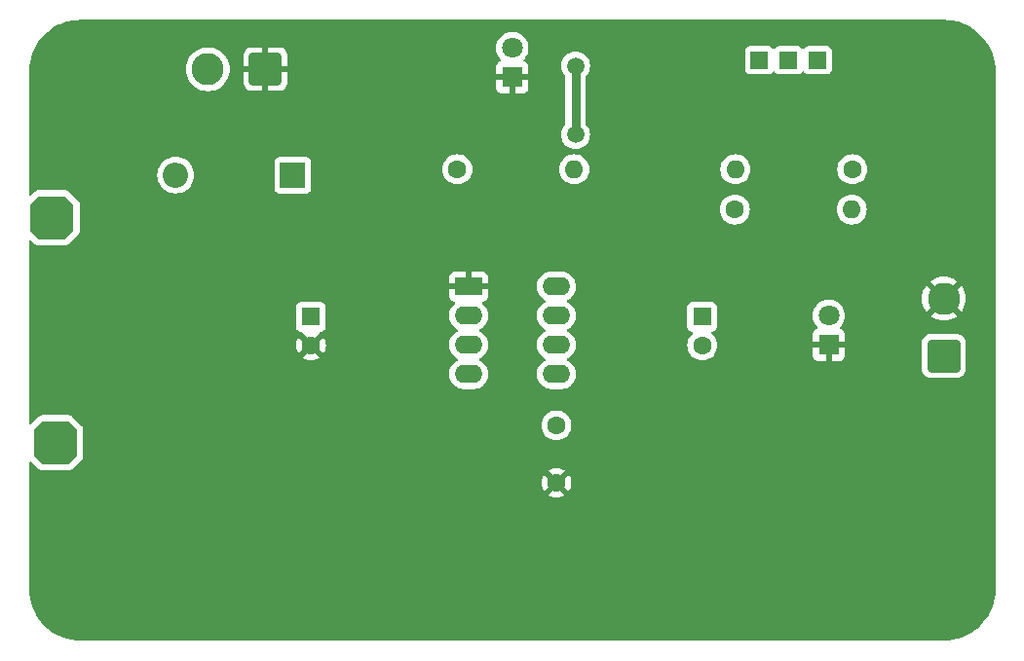
<source format=gbr>
%TF.GenerationSoftware,KiCad,Pcbnew,8.0.8*%
%TF.CreationDate,2025-04-26T12:51:52-04:00*%
%TF.ProjectId,udpudu,75647075-6475-42e6-9b69-6361645f7063,rev?*%
%TF.SameCoordinates,Original*%
%TF.FileFunction,Copper,L1,Top*%
%TF.FilePolarity,Positive*%
%FSLAX46Y46*%
G04 Gerber Fmt 4.6, Leading zero omitted, Abs format (unit mm)*
G04 Created by KiCad (PCBNEW 8.0.8) date 2025-04-26 12:51:52*
%MOMM*%
%LPD*%
G01*
G04 APERTURE LIST*
G04 Aperture macros list*
%AMRoundRect*
0 Rectangle with rounded corners*
0 $1 Rounding radius*
0 $2 $3 $4 $5 $6 $7 $8 $9 X,Y pos of 4 corners*
0 Add a 4 corners polygon primitive as box body*
4,1,4,$2,$3,$4,$5,$6,$7,$8,$9,$2,$3,0*
0 Add four circle primitives for the rounded corners*
1,1,$1+$1,$2,$3*
1,1,$1+$1,$4,$5*
1,1,$1+$1,$6,$7*
1,1,$1+$1,$8,$9*
0 Add four rect primitives between the rounded corners*
20,1,$1+$1,$2,$3,$4,$5,0*
20,1,$1+$1,$4,$5,$6,$7,0*
20,1,$1+$1,$6,$7,$8,$9,0*
20,1,$1+$1,$8,$9,$2,$3,0*%
%AMOutline5P*
0 Free polygon, 5 corners , with rotation*
0 The origin of the aperture is its center*
0 number of corners: always 5*
0 $1 to $10 corner X, Y*
0 $11 Rotation angle, in degrees counterclockwise*
0 create outline with 5 corners*
4,1,5,$1,$2,$3,$4,$5,$6,$7,$8,$9,$10,$1,$2,$11*%
%AMOutline6P*
0 Free polygon, 6 corners , with rotation*
0 The origin of the aperture is its center*
0 number of corners: always 6*
0 $1 to $12 corner X, Y*
0 $13 Rotation angle, in degrees counterclockwise*
0 create outline with 6 corners*
4,1,6,$1,$2,$3,$4,$5,$6,$7,$8,$9,$10,$11,$12,$1,$2,$13*%
%AMOutline7P*
0 Free polygon, 7 corners , with rotation*
0 The origin of the aperture is its center*
0 number of corners: always 7*
0 $1 to $14 corner X, Y*
0 $15 Rotation angle, in degrees counterclockwise*
0 create outline with 7 corners*
4,1,7,$1,$2,$3,$4,$5,$6,$7,$8,$9,$10,$11,$12,$13,$14,$1,$2,$15*%
%AMOutline8P*
0 Free polygon, 8 corners , with rotation*
0 The origin of the aperture is its center*
0 number of corners: always 8*
0 $1 to $16 corner X, Y*
0 $17 Rotation angle, in degrees counterclockwise*
0 create outline with 8 corners*
4,1,8,$1,$2,$3,$4,$5,$6,$7,$8,$9,$10,$11,$12,$13,$14,$15,$16,$1,$2,$17*%
G04 Aperture macros list end*
%TA.AperFunction,ComponentPad*%
%ADD10R,1.600000X1.600000*%
%TD*%
%TA.AperFunction,ComponentPad*%
%ADD11C,1.600000*%
%TD*%
%TA.AperFunction,ComponentPad*%
%ADD12R,1.500000X1.500000*%
%TD*%
%TA.AperFunction,ComponentPad*%
%ADD13Outline8P,-1.900000X1.140000X-1.140000X1.900000X1.140000X1.900000X1.900000X1.140000X1.900000X-1.140000X1.140000X-1.900000X-1.140000X-1.900000X-1.900000X-1.140000X180.000000*%
%TD*%
%TA.AperFunction,ComponentPad*%
%ADD14R,1.800000X1.800000*%
%TD*%
%TA.AperFunction,ComponentPad*%
%ADD15C,1.800000*%
%TD*%
%TA.AperFunction,ComponentPad*%
%ADD16O,1.600000X1.600000*%
%TD*%
%TA.AperFunction,ComponentPad*%
%ADD17RoundRect,0.250001X1.149999X1.149999X-1.149999X1.149999X-1.149999X-1.149999X1.149999X-1.149999X0*%
%TD*%
%TA.AperFunction,ComponentPad*%
%ADD18C,2.800000*%
%TD*%
%TA.AperFunction,ComponentPad*%
%ADD19RoundRect,0.250001X1.149999X-1.149999X1.149999X1.149999X-1.149999X1.149999X-1.149999X-1.149999X0*%
%TD*%
%TA.AperFunction,ComponentPad*%
%ADD20Outline8P,-1.900000X1.140000X-1.140000X1.900000X1.140000X1.900000X1.900000X1.140000X1.900000X-1.140000X1.140000X-1.900000X-1.140000X-1.900000X-1.900000X-1.140000X0.000000*%
%TD*%
%TA.AperFunction,ComponentPad*%
%ADD21R,2.200000X2.200000*%
%TD*%
%TA.AperFunction,ComponentPad*%
%ADD22O,2.200000X2.200000*%
%TD*%
%TA.AperFunction,ComponentPad*%
%ADD23R,2.400000X1.600000*%
%TD*%
%TA.AperFunction,ComponentPad*%
%ADD24O,2.400000X1.600000*%
%TD*%
%TA.AperFunction,ViaPad*%
%ADD25C,1.500000*%
%TD*%
%TA.AperFunction,Conductor*%
%ADD26C,0.800000*%
%TD*%
G04 APERTURE END LIST*
D10*
%TO.P,C2,1*%
%TO.N,Net-(J4-Pin_1)*%
X75000000Y-76317621D03*
D11*
%TO.P,C2,2*%
%TO.N,GND*%
X75000000Y-78817621D03*
%TD*%
D12*
%TO.P,SW1,1,A*%
%TO.N,unconnected-(SW1-A-Pad1)*%
X113960000Y-54000000D03*
%TO.P,SW1,2,B*%
%TO.N,Net-(D1-K)*%
X116500000Y-54000000D03*
%TO.P,SW1,3,C*%
%TO.N,VCC*%
X119040000Y-54000000D03*
%TD*%
D13*
%TO.P,J2,1,Pin_1*%
%TO.N,Net-(J2-Pin_1)*%
X52500000Y-67708333D03*
%TD*%
D14*
%TO.P,D3,1,K*%
%TO.N,GND*%
X120000000Y-78775000D03*
D15*
%TO.P,D3,2,A*%
%TO.N,Net-(D3-A)*%
X120000000Y-76235000D03*
%TD*%
D10*
%TO.P,C1,1*%
%TO.N,Net-(U1-Q)*%
X109000000Y-76317621D03*
D11*
%TO.P,C1,2*%
%TO.N,Net-(C1-Pad2)*%
X109000000Y-78817621D03*
%TD*%
%TO.P,C3,1*%
%TO.N,Net-(U1-CV)*%
X96329945Y-85775758D03*
%TO.P,C3,2*%
%TO.N,GND*%
X96329945Y-90775758D03*
%TD*%
%TO.P,R1,1*%
%TO.N,VCC*%
X87720000Y-63500000D03*
D16*
%TO.P,R1,2*%
%TO.N,Net-(D2-A)*%
X97880000Y-63500000D03*
%TD*%
D17*
%TO.P,J1,1,Pin_1*%
%TO.N,GND*%
X71047495Y-54797531D03*
D18*
%TO.P,J1,2,Pin_2*%
%TO.N,+9V*%
X66047495Y-54797531D03*
%TD*%
D19*
%TO.P,J3,1,1*%
%TO.N,Net-(C1-Pad2)*%
X130000000Y-79750000D03*
D18*
%TO.P,J3,2,2*%
%TO.N,GND*%
X130000000Y-74750000D03*
%TD*%
D14*
%TO.P,D2,1,K*%
%TO.N,GND*%
X92500000Y-55500000D03*
D15*
%TO.P,D2,2,A*%
%TO.N,Net-(D2-A)*%
X92500000Y-52960000D03*
%TD*%
D11*
%TO.P,R3,1*%
%TO.N,Net-(U1-Q)*%
X111840000Y-67000000D03*
D16*
%TO.P,R3,2*%
%TO.N,Net-(D3-A)*%
X122000000Y-67000000D03*
%TD*%
D11*
%TO.P,R2,1*%
%TO.N,VCC*%
X122045000Y-63500000D03*
D16*
%TO.P,R2,2*%
%TO.N,Net-(J2-Pin_1)*%
X111885000Y-63500000D03*
%TD*%
D20*
%TO.P,J4,1,Pin_1*%
%TO.N,Net-(J4-Pin_1)*%
X52810000Y-87291666D03*
%TD*%
D21*
%TO.P,D1,1,K*%
%TO.N,Net-(D1-K)*%
X73415000Y-64000000D03*
D22*
%TO.P,D1,2,A*%
%TO.N,+9V*%
X63255000Y-64000000D03*
%TD*%
D23*
%TO.P,U1,1,GND*%
%TO.N,GND*%
X88700000Y-73700000D03*
D24*
%TO.P,U1,2,TR*%
%TO.N,Net-(J4-Pin_1)*%
X88700000Y-76240000D03*
%TO.P,U1,3,Q*%
%TO.N,Net-(U1-Q)*%
X88700000Y-78780000D03*
%TO.P,U1,4,R*%
%TO.N,VCC*%
X88700000Y-81320000D03*
%TO.P,U1,5,CV*%
%TO.N,Net-(U1-CV)*%
X96320000Y-81320000D03*
%TO.P,U1,6,THR*%
%TO.N,Net-(J4-Pin_1)*%
X96320000Y-78780000D03*
%TO.P,U1,7,DIS*%
%TO.N,Net-(J2-Pin_1)*%
X96320000Y-76240000D03*
%TO.P,U1,8,VCC*%
%TO.N,VCC*%
X96320000Y-73700000D03*
%TD*%
D25*
%TO.N,Net-(D2-A)*%
X98000000Y-60500000D03*
X98000000Y-54500000D03*
%TD*%
D26*
%TO.N,Net-(D2-A)*%
X98000000Y-54500000D02*
X98000000Y-60500000D01*
%TD*%
%TA.AperFunction,Conductor*%
%TO.N,GND*%
G36*
X130002702Y-50500617D02*
G01*
X130386771Y-50517386D01*
X130397506Y-50518326D01*
X130775971Y-50568152D01*
X130786597Y-50570025D01*
X131159284Y-50652648D01*
X131169710Y-50655442D01*
X131533765Y-50770227D01*
X131543911Y-50773920D01*
X131896578Y-50920000D01*
X131906369Y-50924566D01*
X132244942Y-51100816D01*
X132254310Y-51106224D01*
X132576244Y-51311318D01*
X132585105Y-51317523D01*
X132887930Y-51549889D01*
X132896217Y-51556843D01*
X133177635Y-51814715D01*
X133185284Y-51822364D01*
X133443156Y-52103782D01*
X133450110Y-52112069D01*
X133682476Y-52414894D01*
X133688681Y-52423755D01*
X133893775Y-52745689D01*
X133899183Y-52755057D01*
X134075430Y-53093623D01*
X134080002Y-53103427D01*
X134226075Y-53456078D01*
X134229775Y-53466244D01*
X134344554Y-53830278D01*
X134347354Y-53840727D01*
X134429971Y-54213389D01*
X134431849Y-54224042D01*
X134481671Y-54602473D01*
X134482614Y-54613249D01*
X134498464Y-54976283D01*
X134499382Y-54997297D01*
X134499500Y-55002706D01*
X134499500Y-99997293D01*
X134499382Y-100002702D01*
X134482614Y-100386750D01*
X134481671Y-100397526D01*
X134431849Y-100775957D01*
X134429971Y-100786610D01*
X134347354Y-101159272D01*
X134344554Y-101169721D01*
X134229775Y-101533755D01*
X134226075Y-101543921D01*
X134080002Y-101896572D01*
X134075430Y-101906376D01*
X133899183Y-102244942D01*
X133893775Y-102254310D01*
X133688681Y-102576244D01*
X133682476Y-102585105D01*
X133450110Y-102887930D01*
X133443156Y-102896217D01*
X133185284Y-103177635D01*
X133177635Y-103185284D01*
X132896217Y-103443156D01*
X132887930Y-103450110D01*
X132585105Y-103682476D01*
X132576244Y-103688681D01*
X132254310Y-103893775D01*
X132244942Y-103899183D01*
X131906376Y-104075430D01*
X131896572Y-104080002D01*
X131543921Y-104226075D01*
X131533755Y-104229775D01*
X131169721Y-104344554D01*
X131159272Y-104347354D01*
X130786610Y-104429971D01*
X130775957Y-104431849D01*
X130397526Y-104481671D01*
X130386750Y-104482614D01*
X130002703Y-104499382D01*
X129997294Y-104499500D01*
X55002706Y-104499500D01*
X54997297Y-104499382D01*
X54613249Y-104482614D01*
X54602473Y-104481671D01*
X54224042Y-104431849D01*
X54213389Y-104429971D01*
X53840727Y-104347354D01*
X53830278Y-104344554D01*
X53466244Y-104229775D01*
X53456078Y-104226075D01*
X53103427Y-104080002D01*
X53093623Y-104075430D01*
X52755057Y-103899183D01*
X52745689Y-103893775D01*
X52423755Y-103688681D01*
X52414894Y-103682476D01*
X52112069Y-103450110D01*
X52103782Y-103443156D01*
X51822364Y-103185284D01*
X51814715Y-103177635D01*
X51556843Y-102896217D01*
X51549889Y-102887930D01*
X51317523Y-102585105D01*
X51311318Y-102576244D01*
X51106224Y-102254310D01*
X51100816Y-102244942D01*
X50924569Y-101906376D01*
X50919997Y-101896572D01*
X50773924Y-101543921D01*
X50770224Y-101533755D01*
X50655442Y-101169710D01*
X50652648Y-101159284D01*
X50570025Y-100786597D01*
X50568152Y-100775971D01*
X50518326Y-100397506D01*
X50517386Y-100386771D01*
X50500618Y-100002702D01*
X50500500Y-99997293D01*
X50500500Y-90775755D01*
X95024979Y-90775755D01*
X95024979Y-90775760D01*
X95044803Y-91002357D01*
X95044805Y-91002368D01*
X95103675Y-91222075D01*
X95103680Y-91222089D01*
X95199808Y-91428236D01*
X95250919Y-91501230D01*
X95929945Y-90822204D01*
X95929945Y-90828419D01*
X95957204Y-90930152D01*
X96009865Y-91021364D01*
X96084339Y-91095838D01*
X96175551Y-91148499D01*
X96277284Y-91175758D01*
X96283498Y-91175758D01*
X95604471Y-91854783D01*
X95677458Y-91905890D01*
X95677466Y-91905894D01*
X95883613Y-92002022D01*
X95883627Y-92002027D01*
X96103334Y-92060897D01*
X96103345Y-92060899D01*
X96329943Y-92080724D01*
X96329947Y-92080724D01*
X96556544Y-92060899D01*
X96556555Y-92060897D01*
X96776262Y-92002027D01*
X96776276Y-92002022D01*
X96982423Y-91905894D01*
X97055416Y-91854782D01*
X96376392Y-91175758D01*
X96382606Y-91175758D01*
X96484339Y-91148499D01*
X96575551Y-91095838D01*
X96650025Y-91021364D01*
X96702686Y-90930152D01*
X96729945Y-90828419D01*
X96729945Y-90822205D01*
X97408969Y-91501229D01*
X97460081Y-91428236D01*
X97556209Y-91222089D01*
X97556214Y-91222075D01*
X97615084Y-91002368D01*
X97615086Y-91002357D01*
X97634911Y-90775760D01*
X97634911Y-90775755D01*
X97615086Y-90549158D01*
X97615084Y-90549147D01*
X97556214Y-90329440D01*
X97556209Y-90329426D01*
X97460081Y-90123279D01*
X97460077Y-90123271D01*
X97408970Y-90050284D01*
X96729945Y-90729309D01*
X96729945Y-90723097D01*
X96702686Y-90621364D01*
X96650025Y-90530152D01*
X96575551Y-90455678D01*
X96484339Y-90403017D01*
X96382606Y-90375758D01*
X96376390Y-90375758D01*
X97055417Y-89696732D01*
X96982423Y-89645621D01*
X96776276Y-89549493D01*
X96776262Y-89549488D01*
X96556555Y-89490618D01*
X96556544Y-89490616D01*
X96329947Y-89470792D01*
X96329943Y-89470792D01*
X96103345Y-89490616D01*
X96103334Y-89490618D01*
X95883627Y-89549488D01*
X95883618Y-89549492D01*
X95677461Y-89645624D01*
X95677457Y-89645626D01*
X95604471Y-89696731D01*
X95604471Y-89696732D01*
X96283498Y-90375758D01*
X96277284Y-90375758D01*
X96175551Y-90403017D01*
X96084339Y-90455678D01*
X96009865Y-90530152D01*
X95957204Y-90621364D01*
X95929945Y-90723097D01*
X95929945Y-90729310D01*
X95250919Y-90050284D01*
X95250918Y-90050284D01*
X95199813Y-90123270D01*
X95199811Y-90123274D01*
X95103679Y-90329431D01*
X95103675Y-90329440D01*
X95044805Y-90549147D01*
X95044803Y-90549158D01*
X95024979Y-90775755D01*
X50500500Y-90775755D01*
X50500500Y-89029342D01*
X50520185Y-88962303D01*
X50572989Y-88916548D01*
X50642147Y-88906604D01*
X50705703Y-88935629D01*
X50712181Y-88941661D01*
X51345067Y-89574548D01*
X51345077Y-89574557D01*
X51411982Y-89626529D01*
X51411983Y-89626529D01*
X51411984Y-89626530D01*
X51544950Y-89681606D01*
X51629023Y-89692166D01*
X53990975Y-89692165D01*
X54075050Y-89681606D01*
X54208016Y-89626529D01*
X54274935Y-89574545D01*
X55092884Y-88756597D01*
X55144864Y-88689682D01*
X55199940Y-88556716D01*
X55210500Y-88472643D01*
X55210499Y-86110691D01*
X55199940Y-86026616D01*
X55144863Y-85893650D01*
X55092879Y-85826731D01*
X55041904Y-85775756D01*
X95024477Y-85775756D01*
X95024477Y-85775759D01*
X95044309Y-86002444D01*
X95044311Y-86002455D01*
X95103203Y-86222246D01*
X95103206Y-86222255D01*
X95199376Y-86428490D01*
X95199377Y-86428492D01*
X95329899Y-86614899D01*
X95490803Y-86775803D01*
X95490806Y-86775805D01*
X95677211Y-86906326D01*
X95883449Y-87002497D01*
X96103253Y-87061393D01*
X96265175Y-87075559D01*
X96329943Y-87081226D01*
X96329945Y-87081226D01*
X96329947Y-87081226D01*
X96386618Y-87076267D01*
X96556637Y-87061393D01*
X96776441Y-87002497D01*
X96982679Y-86906326D01*
X97169084Y-86775805D01*
X97329992Y-86614897D01*
X97460513Y-86428492D01*
X97556684Y-86222254D01*
X97615580Y-86002450D01*
X97635413Y-85775758D01*
X97615580Y-85549066D01*
X97556684Y-85329262D01*
X97460513Y-85123024D01*
X97329992Y-84936619D01*
X97329990Y-84936616D01*
X97169086Y-84775712D01*
X96982679Y-84645190D01*
X96982677Y-84645189D01*
X96776442Y-84549019D01*
X96776433Y-84549016D01*
X96556642Y-84490124D01*
X96556638Y-84490123D01*
X96556637Y-84490123D01*
X96556636Y-84490122D01*
X96556631Y-84490122D01*
X96329947Y-84470290D01*
X96329943Y-84470290D01*
X96103258Y-84490122D01*
X96103247Y-84490124D01*
X95883456Y-84549016D01*
X95883447Y-84549019D01*
X95677212Y-84645189D01*
X95677210Y-84645190D01*
X95490803Y-84775712D01*
X95329899Y-84936616D01*
X95199377Y-85123023D01*
X95199376Y-85123025D01*
X95103206Y-85329260D01*
X95103203Y-85329269D01*
X95044311Y-85549060D01*
X95044309Y-85549071D01*
X95024477Y-85775756D01*
X55041904Y-85775756D01*
X54274931Y-85008782D01*
X54274930Y-85008781D01*
X54274922Y-85008774D01*
X54208017Y-84956802D01*
X54141533Y-84929264D01*
X54075050Y-84901726D01*
X53990977Y-84891166D01*
X51629029Y-84891166D01*
X51544950Y-84901726D01*
X51411984Y-84956802D01*
X51345065Y-85008787D01*
X51345058Y-85008793D01*
X50712181Y-85641670D01*
X50650858Y-85675155D01*
X50581166Y-85670171D01*
X50525233Y-85628299D01*
X50500816Y-85562835D01*
X50500500Y-85553989D01*
X50500500Y-78817618D01*
X73695034Y-78817618D01*
X73695034Y-78817623D01*
X73714858Y-79044220D01*
X73714860Y-79044231D01*
X73773730Y-79263938D01*
X73773735Y-79263952D01*
X73869863Y-79470099D01*
X73920974Y-79543093D01*
X74600000Y-78864067D01*
X74600000Y-78870282D01*
X74627259Y-78972015D01*
X74679920Y-79063227D01*
X74754394Y-79137701D01*
X74845606Y-79190362D01*
X74947339Y-79217621D01*
X74953553Y-79217621D01*
X74274526Y-79896646D01*
X74347513Y-79947753D01*
X74347521Y-79947757D01*
X74553668Y-80043885D01*
X74553682Y-80043890D01*
X74773389Y-80102760D01*
X74773400Y-80102762D01*
X74999998Y-80122587D01*
X75000002Y-80122587D01*
X75226599Y-80102762D01*
X75226610Y-80102760D01*
X75446317Y-80043890D01*
X75446331Y-80043885D01*
X75652478Y-79947757D01*
X75725471Y-79896645D01*
X75046447Y-79217621D01*
X75052661Y-79217621D01*
X75154394Y-79190362D01*
X75245606Y-79137701D01*
X75320080Y-79063227D01*
X75372741Y-78972015D01*
X75400000Y-78870282D01*
X75400000Y-78864068D01*
X76079024Y-79543092D01*
X76130136Y-79470099D01*
X76226264Y-79263952D01*
X76226269Y-79263938D01*
X76285139Y-79044231D01*
X76285141Y-79044220D01*
X76304966Y-78817623D01*
X76304966Y-78817618D01*
X76285141Y-78591021D01*
X76285139Y-78591010D01*
X76226269Y-78371303D01*
X76226264Y-78371289D01*
X76130136Y-78165142D01*
X76130132Y-78165134D01*
X76079025Y-78092147D01*
X75400000Y-78771172D01*
X75400000Y-78764960D01*
X75372741Y-78663227D01*
X75320080Y-78572015D01*
X75245606Y-78497541D01*
X75154394Y-78444880D01*
X75052661Y-78417621D01*
X75046445Y-78417621D01*
X75730646Y-77733421D01*
X75740492Y-77684428D01*
X75789107Y-77634245D01*
X75844633Y-77619602D01*
X75844576Y-77618521D01*
X75844571Y-77618475D01*
X75844573Y-77618474D01*
X75844564Y-77618297D01*
X75847857Y-77618120D01*
X75847872Y-77618120D01*
X75907483Y-77611712D01*
X76042331Y-77561417D01*
X76157546Y-77475167D01*
X76243796Y-77359952D01*
X76294091Y-77225104D01*
X76300500Y-77165494D01*
X76300499Y-76137648D01*
X86999500Y-76137648D01*
X86999500Y-76342351D01*
X87031522Y-76544534D01*
X87094781Y-76739223D01*
X87158691Y-76864653D01*
X87178663Y-76903849D01*
X87187715Y-76921613D01*
X87308028Y-77087213D01*
X87452786Y-77231971D01*
X87607749Y-77344556D01*
X87618390Y-77352287D01*
X87709840Y-77398883D01*
X87711080Y-77399515D01*
X87761876Y-77447490D01*
X87778671Y-77515311D01*
X87756134Y-77581446D01*
X87711080Y-77620485D01*
X87618386Y-77667715D01*
X87452786Y-77788028D01*
X87308028Y-77932786D01*
X87187715Y-78098386D01*
X87094781Y-78280776D01*
X87031522Y-78475465D01*
X86999500Y-78677648D01*
X86999500Y-78882351D01*
X87031522Y-79084534D01*
X87094781Y-79279223D01*
X87187715Y-79461613D01*
X87308028Y-79627213D01*
X87452786Y-79771971D01*
X87607749Y-79884556D01*
X87618390Y-79892287D01*
X87709840Y-79938883D01*
X87711080Y-79939515D01*
X87761876Y-79987490D01*
X87778671Y-80055311D01*
X87756134Y-80121446D01*
X87711080Y-80160485D01*
X87618386Y-80207715D01*
X87452786Y-80328028D01*
X87308028Y-80472786D01*
X87187715Y-80638386D01*
X87094781Y-80820776D01*
X87031522Y-81015465D01*
X86999500Y-81217648D01*
X86999500Y-81422351D01*
X87031522Y-81624534D01*
X87094781Y-81819223D01*
X87187715Y-82001613D01*
X87308028Y-82167213D01*
X87452786Y-82311971D01*
X87607749Y-82424556D01*
X87618390Y-82432287D01*
X87734607Y-82491503D01*
X87800776Y-82525218D01*
X87800778Y-82525218D01*
X87800781Y-82525220D01*
X87905137Y-82559127D01*
X87995465Y-82588477D01*
X88096557Y-82604488D01*
X88197648Y-82620500D01*
X88197649Y-82620500D01*
X89202351Y-82620500D01*
X89202352Y-82620500D01*
X89404534Y-82588477D01*
X89599219Y-82525220D01*
X89781610Y-82432287D01*
X89874590Y-82364732D01*
X89947213Y-82311971D01*
X89947215Y-82311968D01*
X89947219Y-82311966D01*
X90091966Y-82167219D01*
X90091968Y-82167215D01*
X90091971Y-82167213D01*
X90144732Y-82094590D01*
X90212287Y-82001610D01*
X90305220Y-81819219D01*
X90368477Y-81624534D01*
X90400500Y-81422352D01*
X90400500Y-81217648D01*
X90374390Y-81052796D01*
X90368477Y-81015465D01*
X90305218Y-80820776D01*
X90271503Y-80754607D01*
X90212287Y-80638390D01*
X90204556Y-80627749D01*
X90091971Y-80472786D01*
X89947213Y-80328028D01*
X89781614Y-80207715D01*
X89717405Y-80174999D01*
X89688917Y-80160483D01*
X89638123Y-80112511D01*
X89621328Y-80044690D01*
X89643865Y-79978555D01*
X89688917Y-79939516D01*
X89781610Y-79892287D01*
X89802770Y-79876913D01*
X89947213Y-79771971D01*
X89947215Y-79771968D01*
X89947219Y-79771966D01*
X90091966Y-79627219D01*
X90091968Y-79627215D01*
X90091971Y-79627213D01*
X90205933Y-79470355D01*
X90212287Y-79461610D01*
X90305220Y-79279219D01*
X90368477Y-79084534D01*
X90400500Y-78882352D01*
X90400500Y-78677648D01*
X90372156Y-78498694D01*
X90368477Y-78475465D01*
X90334577Y-78371132D01*
X90305220Y-78280781D01*
X90305218Y-78280778D01*
X90305218Y-78280776D01*
X90271503Y-78214607D01*
X90212287Y-78098390D01*
X90146097Y-78007286D01*
X90091971Y-77932786D01*
X89947213Y-77788028D01*
X89781614Y-77667715D01*
X89775006Y-77664348D01*
X89688917Y-77620483D01*
X89638123Y-77572511D01*
X89621328Y-77504690D01*
X89643865Y-77438555D01*
X89688917Y-77399516D01*
X89781610Y-77352287D01*
X89861371Y-77294338D01*
X89947213Y-77231971D01*
X89947215Y-77231968D01*
X89947219Y-77231966D01*
X90091966Y-77087219D01*
X90091968Y-77087215D01*
X90091971Y-77087213D01*
X90144732Y-77014590D01*
X90212287Y-76921610D01*
X90305220Y-76739219D01*
X90368477Y-76544534D01*
X90400500Y-76342352D01*
X90400500Y-76137648D01*
X90368477Y-75935466D01*
X90358618Y-75905124D01*
X90317909Y-75779835D01*
X90305220Y-75740781D01*
X90305218Y-75740778D01*
X90305218Y-75740776D01*
X90216241Y-75566151D01*
X90212287Y-75558390D01*
X90199875Y-75541306D01*
X90091971Y-75392786D01*
X89947217Y-75248032D01*
X89947212Y-75248028D01*
X89910325Y-75221228D01*
X89867659Y-75165898D01*
X89861680Y-75096285D01*
X89894286Y-75034490D01*
X89955124Y-75000133D01*
X89969956Y-74997620D01*
X90007379Y-74993596D01*
X90142086Y-74943354D01*
X90142093Y-74943350D01*
X90257187Y-74857190D01*
X90257190Y-74857187D01*
X90343350Y-74742093D01*
X90343354Y-74742086D01*
X90393596Y-74607379D01*
X90393598Y-74607372D01*
X90399999Y-74547844D01*
X90400000Y-74547827D01*
X90400000Y-73950000D01*
X89015686Y-73950000D01*
X89020080Y-73945606D01*
X89072741Y-73854394D01*
X89100000Y-73752661D01*
X89100000Y-73647339D01*
X89086685Y-73597648D01*
X94619500Y-73597648D01*
X94619500Y-73802351D01*
X94651522Y-74004534D01*
X94714781Y-74199223D01*
X94807715Y-74381613D01*
X94928028Y-74547213D01*
X95072786Y-74691971D01*
X95227749Y-74804556D01*
X95238390Y-74812287D01*
X95326511Y-74857187D01*
X95331080Y-74859515D01*
X95381876Y-74907490D01*
X95398671Y-74975311D01*
X95376134Y-75041446D01*
X95331080Y-75080485D01*
X95238386Y-75127715D01*
X95072786Y-75248028D01*
X94928028Y-75392786D01*
X94807715Y-75558386D01*
X94714781Y-75740776D01*
X94651522Y-75935465D01*
X94619500Y-76137648D01*
X94619500Y-76342351D01*
X94651522Y-76544534D01*
X94714781Y-76739223D01*
X94778691Y-76864653D01*
X94798663Y-76903849D01*
X94807715Y-76921613D01*
X94928028Y-77087213D01*
X95072786Y-77231971D01*
X95227749Y-77344556D01*
X95238390Y-77352287D01*
X95329840Y-77398883D01*
X95331080Y-77399515D01*
X95381876Y-77447490D01*
X95398671Y-77515311D01*
X95376134Y-77581446D01*
X95331080Y-77620485D01*
X95238386Y-77667715D01*
X95072786Y-77788028D01*
X94928028Y-77932786D01*
X94807715Y-78098386D01*
X94714781Y-78280776D01*
X94651522Y-78475465D01*
X94619500Y-78677648D01*
X94619500Y-78882351D01*
X94651522Y-79084534D01*
X94714781Y-79279223D01*
X94807715Y-79461613D01*
X94928028Y-79627213D01*
X95072786Y-79771971D01*
X95227749Y-79884556D01*
X95238390Y-79892287D01*
X95329840Y-79938883D01*
X95331080Y-79939515D01*
X95381876Y-79987490D01*
X95398671Y-80055311D01*
X95376134Y-80121446D01*
X95331080Y-80160485D01*
X95238386Y-80207715D01*
X95072786Y-80328028D01*
X94928028Y-80472786D01*
X94807715Y-80638386D01*
X94714781Y-80820776D01*
X94651522Y-81015465D01*
X94619500Y-81217648D01*
X94619500Y-81422351D01*
X94651522Y-81624534D01*
X94714781Y-81819223D01*
X94807715Y-82001613D01*
X94928028Y-82167213D01*
X95072786Y-82311971D01*
X95227749Y-82424556D01*
X95238390Y-82432287D01*
X95354607Y-82491503D01*
X95420776Y-82525218D01*
X95420778Y-82525218D01*
X95420781Y-82525220D01*
X95525137Y-82559127D01*
X95615465Y-82588477D01*
X95716557Y-82604488D01*
X95817648Y-82620500D01*
X95817649Y-82620500D01*
X96822351Y-82620500D01*
X96822352Y-82620500D01*
X97024534Y-82588477D01*
X97219219Y-82525220D01*
X97401610Y-82432287D01*
X97494590Y-82364732D01*
X97567213Y-82311971D01*
X97567215Y-82311968D01*
X97567219Y-82311966D01*
X97711966Y-82167219D01*
X97711968Y-82167215D01*
X97711971Y-82167213D01*
X97764732Y-82094590D01*
X97832287Y-82001610D01*
X97925220Y-81819219D01*
X97988477Y-81624534D01*
X98020500Y-81422352D01*
X98020500Y-81217648D01*
X97994390Y-81052796D01*
X97988477Y-81015465D01*
X97925218Y-80820776D01*
X97891503Y-80754607D01*
X97832287Y-80638390D01*
X97824556Y-80627749D01*
X97711971Y-80472786D01*
X97567213Y-80328028D01*
X97401614Y-80207715D01*
X97337405Y-80174999D01*
X97308917Y-80160483D01*
X97258123Y-80112511D01*
X97241328Y-80044690D01*
X97263865Y-79978555D01*
X97308917Y-79939516D01*
X97401610Y-79892287D01*
X97422770Y-79876913D01*
X97567213Y-79771971D01*
X97567215Y-79771968D01*
X97567219Y-79771966D01*
X97711966Y-79627219D01*
X97711968Y-79627215D01*
X97711971Y-79627213D01*
X97825933Y-79470355D01*
X97832287Y-79461610D01*
X97925220Y-79279219D01*
X97988477Y-79084534D01*
X98020500Y-78882352D01*
X98020500Y-78817619D01*
X107694532Y-78817619D01*
X107694532Y-78817622D01*
X107714364Y-79044307D01*
X107714366Y-79044318D01*
X107773258Y-79264109D01*
X107773261Y-79264118D01*
X107869431Y-79470353D01*
X107869432Y-79470355D01*
X107999954Y-79656762D01*
X108160858Y-79817666D01*
X108160861Y-79817668D01*
X108347266Y-79948189D01*
X108553504Y-80044360D01*
X108553509Y-80044361D01*
X108553511Y-80044362D01*
X108568869Y-80048477D01*
X108773308Y-80103256D01*
X108935230Y-80117422D01*
X108999998Y-80123089D01*
X109000000Y-80123089D01*
X109000002Y-80123089D01*
X109056673Y-80118130D01*
X109226692Y-80103256D01*
X109446496Y-80044360D01*
X109652734Y-79948189D01*
X109839139Y-79817668D01*
X110000047Y-79656760D01*
X110130568Y-79470355D01*
X110226739Y-79264117D01*
X110285635Y-79044313D01*
X110305468Y-78817621D01*
X110285635Y-78590929D01*
X110226739Y-78371125D01*
X110130568Y-78164887D01*
X110000047Y-77978482D01*
X110000045Y-77978479D01*
X109842913Y-77821347D01*
X109809428Y-77760024D01*
X109814412Y-77690332D01*
X109856284Y-77634399D01*
X109902078Y-77612989D01*
X109907480Y-77611712D01*
X109907483Y-77611712D01*
X109907489Y-77611710D01*
X110042328Y-77561418D01*
X110042327Y-77561418D01*
X110042331Y-77561417D01*
X110157546Y-77475167D01*
X110243796Y-77359952D01*
X110294091Y-77225104D01*
X110300500Y-77165494D01*
X110300499Y-76234993D01*
X118594700Y-76234993D01*
X118594700Y-76235006D01*
X118613864Y-76466297D01*
X118613866Y-76466308D01*
X118670842Y-76691300D01*
X118764075Y-76903848D01*
X118891018Y-77098150D01*
X118986167Y-77201510D01*
X119017089Y-77264164D01*
X119009228Y-77333590D01*
X118965081Y-77387746D01*
X118938271Y-77401674D01*
X118857911Y-77431646D01*
X118857906Y-77431649D01*
X118742812Y-77517809D01*
X118742809Y-77517812D01*
X118656649Y-77632906D01*
X118656645Y-77632913D01*
X118606403Y-77767620D01*
X118606401Y-77767627D01*
X118600000Y-77827155D01*
X118600000Y-78525000D01*
X119624722Y-78525000D01*
X119580667Y-78601306D01*
X119550000Y-78715756D01*
X119550000Y-78834244D01*
X119580667Y-78948694D01*
X119624722Y-79025000D01*
X118600000Y-79025000D01*
X118600000Y-79722844D01*
X118606401Y-79782372D01*
X118606403Y-79782379D01*
X118656645Y-79917086D01*
X118656649Y-79917093D01*
X118742809Y-80032187D01*
X118742812Y-80032190D01*
X118857906Y-80118350D01*
X118857913Y-80118354D01*
X118992620Y-80168596D01*
X118992627Y-80168598D01*
X119052155Y-80174999D01*
X119052172Y-80175000D01*
X119750000Y-80175000D01*
X119750000Y-79150277D01*
X119826306Y-79194333D01*
X119940756Y-79225000D01*
X120059244Y-79225000D01*
X120173694Y-79194333D01*
X120250000Y-79150277D01*
X120250000Y-80175000D01*
X120947828Y-80175000D01*
X120947844Y-80174999D01*
X121007372Y-80168598D01*
X121007379Y-80168596D01*
X121142086Y-80118354D01*
X121142093Y-80118350D01*
X121257187Y-80032190D01*
X121257190Y-80032187D01*
X121343350Y-79917093D01*
X121343354Y-79917086D01*
X121393596Y-79782379D01*
X121393598Y-79782372D01*
X121399999Y-79722844D01*
X121400000Y-79722827D01*
X121400000Y-79025000D01*
X120375278Y-79025000D01*
X120419333Y-78948694D01*
X120450000Y-78834244D01*
X120450000Y-78715756D01*
X120419333Y-78601306D01*
X120389702Y-78549984D01*
X128099500Y-78549984D01*
X128099500Y-80950015D01*
X128110000Y-81052795D01*
X128110001Y-81052796D01*
X128165186Y-81219335D01*
X128165187Y-81219337D01*
X128257286Y-81368651D01*
X128257289Y-81368655D01*
X128381344Y-81492710D01*
X128381348Y-81492713D01*
X128530662Y-81584812D01*
X128530664Y-81584813D01*
X128530666Y-81584814D01*
X128697203Y-81639999D01*
X128799992Y-81650500D01*
X128799997Y-81650500D01*
X131200003Y-81650500D01*
X131200008Y-81650500D01*
X131302797Y-81639999D01*
X131469334Y-81584814D01*
X131618655Y-81492711D01*
X131742711Y-81368655D01*
X131834814Y-81219334D01*
X131889999Y-81052797D01*
X131900500Y-80950008D01*
X131900500Y-78549992D01*
X131889999Y-78447203D01*
X131834814Y-78280666D01*
X131763557Y-78165142D01*
X131742713Y-78131348D01*
X131742710Y-78131344D01*
X131618655Y-78007289D01*
X131618651Y-78007286D01*
X131469337Y-77915187D01*
X131469335Y-77915186D01*
X131386065Y-77887593D01*
X131302797Y-77860001D01*
X131302795Y-77860000D01*
X131200015Y-77849500D01*
X131200008Y-77849500D01*
X128799992Y-77849500D01*
X128799984Y-77849500D01*
X128697204Y-77860000D01*
X128697203Y-77860001D01*
X128530664Y-77915186D01*
X128530662Y-77915187D01*
X128381348Y-78007286D01*
X128381344Y-78007289D01*
X128257289Y-78131344D01*
X128257286Y-78131348D01*
X128165187Y-78280662D01*
X128165186Y-78280664D01*
X128110001Y-78447203D01*
X128110000Y-78447204D01*
X128099500Y-78549984D01*
X120389702Y-78549984D01*
X120375278Y-78525000D01*
X121400000Y-78525000D01*
X121400000Y-77827172D01*
X121399999Y-77827155D01*
X121393598Y-77767627D01*
X121393596Y-77767620D01*
X121343354Y-77632913D01*
X121343350Y-77632906D01*
X121257190Y-77517812D01*
X121257187Y-77517809D01*
X121142093Y-77431649D01*
X121142086Y-77431645D01*
X121061729Y-77401674D01*
X121005795Y-77359803D01*
X120981378Y-77294338D01*
X120996230Y-77226065D01*
X121013826Y-77201516D01*
X121108979Y-77098153D01*
X121235924Y-76903849D01*
X121329157Y-76691300D01*
X121386134Y-76466305D01*
X121396405Y-76342351D01*
X121405300Y-76235006D01*
X121405300Y-76234993D01*
X121386135Y-76003702D01*
X121386133Y-76003691D01*
X121329157Y-75778699D01*
X121235924Y-75566151D01*
X121108983Y-75371852D01*
X121108980Y-75371849D01*
X121108979Y-75371847D01*
X120951784Y-75201087D01*
X120951779Y-75201083D01*
X120951777Y-75201081D01*
X120768634Y-75058535D01*
X120768628Y-75058531D01*
X120564504Y-74948064D01*
X120564495Y-74948061D01*
X120344984Y-74872702D01*
X120173282Y-74844050D01*
X120116049Y-74834500D01*
X119883951Y-74834500D01*
X119838164Y-74842140D01*
X119655015Y-74872702D01*
X119435504Y-74948061D01*
X119435495Y-74948064D01*
X119231371Y-75058531D01*
X119231365Y-75058535D01*
X119048222Y-75201081D01*
X119048219Y-75201084D01*
X119048216Y-75201086D01*
X119048216Y-75201087D01*
X119029676Y-75221227D01*
X118891016Y-75371852D01*
X118764075Y-75566151D01*
X118670842Y-75778699D01*
X118613866Y-76003691D01*
X118613864Y-76003702D01*
X118594700Y-76234993D01*
X110300499Y-76234993D01*
X110300499Y-75469749D01*
X110294091Y-75410138D01*
X110287617Y-75392781D01*
X110243797Y-75275292D01*
X110243793Y-75275285D01*
X110157547Y-75160076D01*
X110157544Y-75160073D01*
X110042335Y-75073827D01*
X110042328Y-75073823D01*
X109907482Y-75023529D01*
X109907483Y-75023529D01*
X109847883Y-75017122D01*
X109847881Y-75017121D01*
X109847873Y-75017121D01*
X109847864Y-75017121D01*
X108152129Y-75017121D01*
X108152123Y-75017122D01*
X108092516Y-75023529D01*
X107957671Y-75073823D01*
X107957664Y-75073827D01*
X107842455Y-75160073D01*
X107842452Y-75160076D01*
X107756206Y-75275285D01*
X107756202Y-75275292D01*
X107705908Y-75410138D01*
X107699501Y-75469737D01*
X107699501Y-75469744D01*
X107699500Y-75469756D01*
X107699500Y-77165491D01*
X107699501Y-77165497D01*
X107705908Y-77225104D01*
X107756202Y-77359949D01*
X107756206Y-77359956D01*
X107842452Y-77475165D01*
X107842455Y-77475168D01*
X107957664Y-77561414D01*
X107957671Y-77561418D01*
X107993497Y-77574780D01*
X108092517Y-77611712D01*
X108092527Y-77611713D01*
X108097913Y-77612986D01*
X108158631Y-77647556D01*
X108191021Y-77709464D01*
X108184799Y-77779056D01*
X108157088Y-77821346D01*
X107999951Y-77978483D01*
X107869432Y-78164886D01*
X107869431Y-78164888D01*
X107773261Y-78371123D01*
X107773258Y-78371132D01*
X107714366Y-78590923D01*
X107714364Y-78590934D01*
X107694532Y-78817619D01*
X98020500Y-78817619D01*
X98020500Y-78677648D01*
X97992156Y-78498694D01*
X97988477Y-78475465D01*
X97954577Y-78371132D01*
X97925220Y-78280781D01*
X97925218Y-78280778D01*
X97925218Y-78280776D01*
X97891503Y-78214607D01*
X97832287Y-78098390D01*
X97766097Y-78007286D01*
X97711971Y-77932786D01*
X97567213Y-77788028D01*
X97401614Y-77667715D01*
X97395006Y-77664348D01*
X97308917Y-77620483D01*
X97258123Y-77572511D01*
X97241328Y-77504690D01*
X97263865Y-77438555D01*
X97308917Y-77399516D01*
X97401610Y-77352287D01*
X97481371Y-77294338D01*
X97567213Y-77231971D01*
X97567215Y-77231968D01*
X97567219Y-77231966D01*
X97711966Y-77087219D01*
X97711968Y-77087215D01*
X97711971Y-77087213D01*
X97764732Y-77014590D01*
X97832287Y-76921610D01*
X97925220Y-76739219D01*
X97988477Y-76544534D01*
X98020500Y-76342352D01*
X98020500Y-76137648D01*
X97988477Y-75935466D01*
X97978618Y-75905124D01*
X97937909Y-75779835D01*
X97925220Y-75740781D01*
X97925218Y-75740778D01*
X97925218Y-75740776D01*
X97836241Y-75566151D01*
X97832287Y-75558390D01*
X97819875Y-75541306D01*
X97711971Y-75392786D01*
X97567213Y-75248028D01*
X97401614Y-75127715D01*
X97339929Y-75096285D01*
X97308917Y-75080483D01*
X97258123Y-75032511D01*
X97241328Y-74964690D01*
X97263865Y-74898555D01*
X97308917Y-74859516D01*
X97401610Y-74812287D01*
X97487340Y-74750001D01*
X97487344Y-74749998D01*
X128095147Y-74749998D01*
X128095147Y-74750001D01*
X128114536Y-75021090D01*
X128114537Y-75021097D01*
X128172305Y-75286654D01*
X128267285Y-75541306D01*
X128267287Y-75541310D01*
X128397532Y-75779835D01*
X128397537Y-75779843D01*
X128491321Y-75905123D01*
X128491322Y-75905124D01*
X129398958Y-74997487D01*
X129423978Y-75057890D01*
X129495112Y-75164351D01*
X129585649Y-75254888D01*
X129692110Y-75326022D01*
X129752511Y-75351041D01*
X128844874Y-76258676D01*
X128970163Y-76352466D01*
X128970164Y-76352467D01*
X129208689Y-76482712D01*
X129208693Y-76482714D01*
X129463345Y-76577694D01*
X129728902Y-76635462D01*
X129728909Y-76635463D01*
X129999999Y-76654853D01*
X130000001Y-76654853D01*
X130271090Y-76635463D01*
X130271097Y-76635462D01*
X130536654Y-76577694D01*
X130791306Y-76482714D01*
X130791310Y-76482712D01*
X131029844Y-76352462D01*
X131155123Y-76258677D01*
X131155124Y-76258676D01*
X130247488Y-75351041D01*
X130307890Y-75326022D01*
X130414351Y-75254888D01*
X130504888Y-75164351D01*
X130576022Y-75057890D01*
X130601041Y-74997489D01*
X131508676Y-75905124D01*
X131508677Y-75905123D01*
X131602462Y-75779844D01*
X131732712Y-75541310D01*
X131732714Y-75541306D01*
X131827694Y-75286654D01*
X131885462Y-75021097D01*
X131885463Y-75021090D01*
X131904853Y-74750001D01*
X131904853Y-74749998D01*
X131885463Y-74478909D01*
X131885462Y-74478902D01*
X131827694Y-74213345D01*
X131732714Y-73958693D01*
X131732712Y-73958689D01*
X131602467Y-73720164D01*
X131602466Y-73720163D01*
X131508676Y-73594874D01*
X130601040Y-74502509D01*
X130576022Y-74442110D01*
X130504888Y-74335649D01*
X130414351Y-74245112D01*
X130307890Y-74173978D01*
X130247487Y-74148957D01*
X131155124Y-73241322D01*
X131155123Y-73241321D01*
X131029843Y-73147537D01*
X131029835Y-73147532D01*
X130791310Y-73017287D01*
X130791306Y-73017285D01*
X130536654Y-72922305D01*
X130271097Y-72864537D01*
X130271090Y-72864536D01*
X130000001Y-72845147D01*
X129999999Y-72845147D01*
X129728909Y-72864536D01*
X129728902Y-72864537D01*
X129463345Y-72922305D01*
X129208693Y-73017285D01*
X129208689Y-73017287D01*
X128970164Y-73147532D01*
X128970156Y-73147537D01*
X128844875Y-73241321D01*
X128844874Y-73241322D01*
X129752511Y-74148958D01*
X129692110Y-74173978D01*
X129585649Y-74245112D01*
X129495112Y-74335649D01*
X129423978Y-74442110D01*
X129398958Y-74502511D01*
X128491322Y-73594874D01*
X128491321Y-73594875D01*
X128397537Y-73720156D01*
X128397532Y-73720164D01*
X128267287Y-73958689D01*
X128267285Y-73958693D01*
X128172305Y-74213345D01*
X128114537Y-74478902D01*
X128114536Y-74478909D01*
X128095147Y-74749998D01*
X97487344Y-74749998D01*
X97567213Y-74691971D01*
X97567215Y-74691968D01*
X97567219Y-74691966D01*
X97711966Y-74547219D01*
X97711968Y-74547215D01*
X97711971Y-74547213D01*
X97764732Y-74474590D01*
X97832287Y-74381610D01*
X97925220Y-74199219D01*
X97988477Y-74004534D01*
X98020500Y-73802352D01*
X98020500Y-73597648D01*
X98012257Y-73545606D01*
X97988477Y-73395465D01*
X97957458Y-73300000D01*
X97925220Y-73200781D01*
X97925218Y-73200778D01*
X97925218Y-73200776D01*
X97891503Y-73134607D01*
X97832287Y-73018390D01*
X97762478Y-72922305D01*
X97711971Y-72852786D01*
X97567213Y-72708028D01*
X97401613Y-72587715D01*
X97401612Y-72587714D01*
X97401610Y-72587713D01*
X97313487Y-72542812D01*
X97219223Y-72494781D01*
X97024534Y-72431522D01*
X96849995Y-72403878D01*
X96822352Y-72399500D01*
X95817648Y-72399500D01*
X95793329Y-72403351D01*
X95615465Y-72431522D01*
X95420776Y-72494781D01*
X95238386Y-72587715D01*
X95072786Y-72708028D01*
X94928028Y-72852786D01*
X94807715Y-73018386D01*
X94714781Y-73200776D01*
X94651522Y-73395465D01*
X94619500Y-73597648D01*
X89086685Y-73597648D01*
X89072741Y-73545606D01*
X89020080Y-73454394D01*
X89015686Y-73450000D01*
X90400000Y-73450000D01*
X90400000Y-72852172D01*
X90399999Y-72852155D01*
X90393598Y-72792627D01*
X90393596Y-72792620D01*
X90343354Y-72657913D01*
X90343350Y-72657906D01*
X90257190Y-72542812D01*
X90257187Y-72542809D01*
X90142093Y-72456649D01*
X90142086Y-72456645D01*
X90007379Y-72406403D01*
X90007372Y-72406401D01*
X89947844Y-72400000D01*
X88950000Y-72400000D01*
X88950000Y-73384314D01*
X88945606Y-73379920D01*
X88854394Y-73327259D01*
X88752661Y-73300000D01*
X88647339Y-73300000D01*
X88545606Y-73327259D01*
X88454394Y-73379920D01*
X88450000Y-73384314D01*
X88450000Y-72400000D01*
X87452155Y-72400000D01*
X87392627Y-72406401D01*
X87392620Y-72406403D01*
X87257913Y-72456645D01*
X87257906Y-72456649D01*
X87142812Y-72542809D01*
X87142809Y-72542812D01*
X87056649Y-72657906D01*
X87056645Y-72657913D01*
X87006403Y-72792620D01*
X87006401Y-72792627D01*
X87000000Y-72852155D01*
X87000000Y-73450000D01*
X88384314Y-73450000D01*
X88379920Y-73454394D01*
X88327259Y-73545606D01*
X88300000Y-73647339D01*
X88300000Y-73752661D01*
X88327259Y-73854394D01*
X88379920Y-73945606D01*
X88384314Y-73950000D01*
X87000000Y-73950000D01*
X87000000Y-74547844D01*
X87006401Y-74607372D01*
X87006403Y-74607379D01*
X87056645Y-74742086D01*
X87056649Y-74742093D01*
X87142809Y-74857187D01*
X87142812Y-74857190D01*
X87257906Y-74943350D01*
X87257913Y-74943354D01*
X87392620Y-74993596D01*
X87430043Y-74997620D01*
X87494595Y-75024358D01*
X87534443Y-75081750D01*
X87536937Y-75151576D01*
X87501285Y-75211665D01*
X87489675Y-75221227D01*
X87452789Y-75248026D01*
X87452782Y-75248032D01*
X87308028Y-75392786D01*
X87187715Y-75558386D01*
X87094781Y-75740776D01*
X87031522Y-75935465D01*
X86999500Y-76137648D01*
X76300499Y-76137648D01*
X76300499Y-75469749D01*
X76294091Y-75410138D01*
X76287617Y-75392781D01*
X76243797Y-75275292D01*
X76243793Y-75275285D01*
X76157547Y-75160076D01*
X76157544Y-75160073D01*
X76042335Y-75073827D01*
X76042328Y-75073823D01*
X75907482Y-75023529D01*
X75907483Y-75023529D01*
X75847883Y-75017122D01*
X75847881Y-75017121D01*
X75847873Y-75017121D01*
X75847864Y-75017121D01*
X74152129Y-75017121D01*
X74152123Y-75017122D01*
X74092516Y-75023529D01*
X73957671Y-75073823D01*
X73957664Y-75073827D01*
X73842455Y-75160073D01*
X73842452Y-75160076D01*
X73756206Y-75275285D01*
X73756202Y-75275292D01*
X73705908Y-75410138D01*
X73699501Y-75469737D01*
X73699501Y-75469744D01*
X73699500Y-75469756D01*
X73699500Y-77165491D01*
X73699501Y-77165497D01*
X73705908Y-77225104D01*
X73756202Y-77359949D01*
X73756206Y-77359956D01*
X73842452Y-77475165D01*
X73842455Y-77475168D01*
X73957664Y-77561414D01*
X73957671Y-77561418D01*
X73993497Y-77574780D01*
X74092517Y-77611712D01*
X74152127Y-77618121D01*
X74152153Y-77618120D01*
X74155453Y-77618299D01*
X74155372Y-77619804D01*
X74216672Y-77637733D01*
X74262483Y-77690488D01*
X74270016Y-77734085D01*
X74953553Y-78417621D01*
X74947339Y-78417621D01*
X74845606Y-78444880D01*
X74754394Y-78497541D01*
X74679920Y-78572015D01*
X74627259Y-78663227D01*
X74600000Y-78764960D01*
X74600000Y-78771173D01*
X73920974Y-78092147D01*
X73920973Y-78092147D01*
X73869868Y-78165133D01*
X73869866Y-78165137D01*
X73773734Y-78371294D01*
X73773730Y-78371303D01*
X73714860Y-78591010D01*
X73714858Y-78591021D01*
X73695034Y-78817618D01*
X50500500Y-78817618D01*
X50500500Y-69756009D01*
X50520185Y-69688970D01*
X50572989Y-69643215D01*
X50642147Y-69633271D01*
X50705703Y-69662296D01*
X50712175Y-69668322D01*
X51035057Y-69991205D01*
X51035067Y-69991215D01*
X51035077Y-69991224D01*
X51101982Y-70043196D01*
X51101983Y-70043196D01*
X51101984Y-70043197D01*
X51234950Y-70098273D01*
X51319023Y-70108833D01*
X53680975Y-70108832D01*
X53765050Y-70098273D01*
X53898016Y-70043196D01*
X53964935Y-69991212D01*
X54782884Y-69173264D01*
X54834864Y-69106349D01*
X54889940Y-68973383D01*
X54900500Y-68889310D01*
X54900499Y-66999998D01*
X110534532Y-66999998D01*
X110534532Y-67000001D01*
X110554364Y-67226686D01*
X110554366Y-67226697D01*
X110613258Y-67446488D01*
X110613261Y-67446497D01*
X110709431Y-67652732D01*
X110709432Y-67652734D01*
X110839954Y-67839141D01*
X111000858Y-68000045D01*
X111000861Y-68000047D01*
X111187266Y-68130568D01*
X111393504Y-68226739D01*
X111613308Y-68285635D01*
X111775230Y-68299801D01*
X111839998Y-68305468D01*
X111840000Y-68305468D01*
X111840002Y-68305468D01*
X111896673Y-68300509D01*
X112066692Y-68285635D01*
X112286496Y-68226739D01*
X112492734Y-68130568D01*
X112679139Y-68000047D01*
X112840047Y-67839139D01*
X112970568Y-67652734D01*
X113066739Y-67446496D01*
X113125635Y-67226692D01*
X113145468Y-67000000D01*
X113145468Y-66999998D01*
X120694532Y-66999998D01*
X120694532Y-67000001D01*
X120714364Y-67226686D01*
X120714366Y-67226697D01*
X120773258Y-67446488D01*
X120773261Y-67446497D01*
X120869431Y-67652732D01*
X120869432Y-67652734D01*
X120999954Y-67839141D01*
X121160858Y-68000045D01*
X121160861Y-68000047D01*
X121347266Y-68130568D01*
X121553504Y-68226739D01*
X121773308Y-68285635D01*
X121935230Y-68299801D01*
X121999998Y-68305468D01*
X122000000Y-68305468D01*
X122000002Y-68305468D01*
X122056673Y-68300509D01*
X122226692Y-68285635D01*
X122446496Y-68226739D01*
X122652734Y-68130568D01*
X122839139Y-68000047D01*
X123000047Y-67839139D01*
X123130568Y-67652734D01*
X123226739Y-67446496D01*
X123285635Y-67226692D01*
X123305468Y-67000000D01*
X123285635Y-66773308D01*
X123226739Y-66553504D01*
X123130568Y-66347266D01*
X123000047Y-66160861D01*
X123000045Y-66160858D01*
X122839141Y-65999954D01*
X122652734Y-65869432D01*
X122652732Y-65869431D01*
X122446497Y-65773261D01*
X122446488Y-65773258D01*
X122226697Y-65714366D01*
X122226693Y-65714365D01*
X122226692Y-65714365D01*
X122226691Y-65714364D01*
X122226686Y-65714364D01*
X122000002Y-65694532D01*
X121999998Y-65694532D01*
X121773313Y-65714364D01*
X121773302Y-65714366D01*
X121553511Y-65773258D01*
X121553502Y-65773261D01*
X121347267Y-65869431D01*
X121347265Y-65869432D01*
X121160858Y-65999954D01*
X120999954Y-66160858D01*
X120869432Y-66347265D01*
X120869431Y-66347267D01*
X120773261Y-66553502D01*
X120773258Y-66553511D01*
X120714366Y-66773302D01*
X120714364Y-66773313D01*
X120694532Y-66999998D01*
X113145468Y-66999998D01*
X113125635Y-66773308D01*
X113066739Y-66553504D01*
X112970568Y-66347266D01*
X112840047Y-66160861D01*
X112840045Y-66160858D01*
X112679141Y-65999954D01*
X112492734Y-65869432D01*
X112492732Y-65869431D01*
X112286497Y-65773261D01*
X112286488Y-65773258D01*
X112066697Y-65714366D01*
X112066693Y-65714365D01*
X112066692Y-65714365D01*
X112066691Y-65714364D01*
X112066686Y-65714364D01*
X111840002Y-65694532D01*
X111839998Y-65694532D01*
X111613313Y-65714364D01*
X111613302Y-65714366D01*
X111393511Y-65773258D01*
X111393502Y-65773261D01*
X111187267Y-65869431D01*
X111187265Y-65869432D01*
X111000858Y-65999954D01*
X110839954Y-66160858D01*
X110709432Y-66347265D01*
X110709431Y-66347267D01*
X110613261Y-66553502D01*
X110613258Y-66553511D01*
X110554366Y-66773302D01*
X110554364Y-66773313D01*
X110534532Y-66999998D01*
X54900499Y-66999998D01*
X54900499Y-66527358D01*
X54889940Y-66443283D01*
X54834863Y-66310317D01*
X54782879Y-66243398D01*
X53964931Y-65425449D01*
X53964930Y-65425448D01*
X53964922Y-65425441D01*
X53898017Y-65373469D01*
X53822842Y-65342331D01*
X53765050Y-65318393D01*
X53680977Y-65307833D01*
X51319029Y-65307833D01*
X51234950Y-65318393D01*
X51101984Y-65373469D01*
X51035065Y-65425454D01*
X51035058Y-65425460D01*
X50712181Y-65748337D01*
X50650858Y-65781822D01*
X50581166Y-65776838D01*
X50525233Y-65734966D01*
X50500816Y-65669502D01*
X50500500Y-65660656D01*
X50500500Y-64000000D01*
X61649551Y-64000000D01*
X61669317Y-64251151D01*
X61728126Y-64496110D01*
X61824533Y-64728859D01*
X61956160Y-64943653D01*
X61956161Y-64943656D01*
X61956164Y-64943659D01*
X62119776Y-65135224D01*
X62268066Y-65261875D01*
X62311343Y-65298838D01*
X62311346Y-65298839D01*
X62526140Y-65430466D01*
X62758889Y-65526873D01*
X63003852Y-65585683D01*
X63255000Y-65605449D01*
X63506148Y-65585683D01*
X63751111Y-65526873D01*
X63983859Y-65430466D01*
X64198659Y-65298836D01*
X64390224Y-65135224D01*
X64553836Y-64943659D01*
X64685466Y-64728859D01*
X64781873Y-64496111D01*
X64840683Y-64251148D01*
X64860449Y-64000000D01*
X64840683Y-63748852D01*
X64781873Y-63503889D01*
X64686364Y-63273308D01*
X64685466Y-63271140D01*
X64553839Y-63056346D01*
X64553838Y-63056343D01*
X64516875Y-63013066D01*
X64390224Y-62864776D01*
X64375423Y-62852135D01*
X71814500Y-62852135D01*
X71814500Y-65147870D01*
X71814501Y-65147876D01*
X71820908Y-65207483D01*
X71871202Y-65342328D01*
X71871206Y-65342335D01*
X71957452Y-65457544D01*
X71957455Y-65457547D01*
X72072664Y-65543793D01*
X72072671Y-65543797D01*
X72207517Y-65594091D01*
X72207516Y-65594091D01*
X72214444Y-65594835D01*
X72267127Y-65600500D01*
X74562872Y-65600499D01*
X74622483Y-65594091D01*
X74757331Y-65543796D01*
X74872546Y-65457546D01*
X74958796Y-65342331D01*
X75009091Y-65207483D01*
X75015500Y-65147873D01*
X75015499Y-63499998D01*
X86414532Y-63499998D01*
X86414532Y-63500001D01*
X86434364Y-63726686D01*
X86434366Y-63726697D01*
X86493258Y-63946488D01*
X86493261Y-63946497D01*
X86589431Y-64152732D01*
X86589432Y-64152734D01*
X86719954Y-64339141D01*
X86880858Y-64500045D01*
X86880861Y-64500047D01*
X87067266Y-64630568D01*
X87273504Y-64726739D01*
X87493308Y-64785635D01*
X87655230Y-64799801D01*
X87719998Y-64805468D01*
X87720000Y-64805468D01*
X87720002Y-64805468D01*
X87776673Y-64800509D01*
X87946692Y-64785635D01*
X88166496Y-64726739D01*
X88372734Y-64630568D01*
X88559139Y-64500047D01*
X88720047Y-64339139D01*
X88850568Y-64152734D01*
X88946739Y-63946496D01*
X89005635Y-63726692D01*
X89025468Y-63500000D01*
X89025468Y-63499998D01*
X96574532Y-63499998D01*
X96574532Y-63500001D01*
X96594364Y-63726686D01*
X96594366Y-63726697D01*
X96653258Y-63946488D01*
X96653261Y-63946497D01*
X96749431Y-64152732D01*
X96749432Y-64152734D01*
X96879954Y-64339141D01*
X97040858Y-64500045D01*
X97040861Y-64500047D01*
X97227266Y-64630568D01*
X97433504Y-64726739D01*
X97653308Y-64785635D01*
X97815230Y-64799801D01*
X97879998Y-64805468D01*
X97880000Y-64805468D01*
X97880002Y-64805468D01*
X97936673Y-64800509D01*
X98106692Y-64785635D01*
X98326496Y-64726739D01*
X98532734Y-64630568D01*
X98719139Y-64500047D01*
X98880047Y-64339139D01*
X99010568Y-64152734D01*
X99106739Y-63946496D01*
X99165635Y-63726692D01*
X99185468Y-63500000D01*
X99185468Y-63499998D01*
X110579532Y-63499998D01*
X110579532Y-63500001D01*
X110599364Y-63726686D01*
X110599366Y-63726697D01*
X110658258Y-63946488D01*
X110658261Y-63946497D01*
X110754431Y-64152732D01*
X110754432Y-64152734D01*
X110884954Y-64339141D01*
X111045858Y-64500045D01*
X111045861Y-64500047D01*
X111232266Y-64630568D01*
X111438504Y-64726739D01*
X111658308Y-64785635D01*
X111820230Y-64799801D01*
X111884998Y-64805468D01*
X111885000Y-64805468D01*
X111885002Y-64805468D01*
X111941673Y-64800509D01*
X112111692Y-64785635D01*
X112331496Y-64726739D01*
X112537734Y-64630568D01*
X112724139Y-64500047D01*
X112885047Y-64339139D01*
X113015568Y-64152734D01*
X113111739Y-63946496D01*
X113170635Y-63726692D01*
X113190468Y-63500000D01*
X113190468Y-63499998D01*
X120739532Y-63499998D01*
X120739532Y-63500001D01*
X120759364Y-63726686D01*
X120759366Y-63726697D01*
X120818258Y-63946488D01*
X120818261Y-63946497D01*
X120914431Y-64152732D01*
X120914432Y-64152734D01*
X121044954Y-64339141D01*
X121205858Y-64500045D01*
X121205861Y-64500047D01*
X121392266Y-64630568D01*
X121598504Y-64726739D01*
X121818308Y-64785635D01*
X121980230Y-64799801D01*
X122044998Y-64805468D01*
X122045000Y-64805468D01*
X122045002Y-64805468D01*
X122101673Y-64800509D01*
X122271692Y-64785635D01*
X122491496Y-64726739D01*
X122697734Y-64630568D01*
X122884139Y-64500047D01*
X123045047Y-64339139D01*
X123175568Y-64152734D01*
X123271739Y-63946496D01*
X123330635Y-63726692D01*
X123350468Y-63500000D01*
X123330635Y-63273308D01*
X123271739Y-63053504D01*
X123175568Y-62847266D01*
X123045047Y-62660861D01*
X123045045Y-62660858D01*
X122884141Y-62499954D01*
X122697734Y-62369432D01*
X122697732Y-62369431D01*
X122491497Y-62273261D01*
X122491488Y-62273258D01*
X122271697Y-62214366D01*
X122271693Y-62214365D01*
X122271692Y-62214365D01*
X122271691Y-62214364D01*
X122271686Y-62214364D01*
X122045002Y-62194532D01*
X122044998Y-62194532D01*
X121818313Y-62214364D01*
X121818302Y-62214366D01*
X121598511Y-62273258D01*
X121598502Y-62273261D01*
X121392267Y-62369431D01*
X121392265Y-62369432D01*
X121205858Y-62499954D01*
X121044954Y-62660858D01*
X120914432Y-62847265D01*
X120914431Y-62847267D01*
X120818261Y-63053502D01*
X120818258Y-63053511D01*
X120759366Y-63273302D01*
X120759364Y-63273313D01*
X120739532Y-63499998D01*
X113190468Y-63499998D01*
X113170635Y-63273308D01*
X113111739Y-63053504D01*
X113015568Y-62847266D01*
X112885047Y-62660861D01*
X112885045Y-62660858D01*
X112724141Y-62499954D01*
X112537734Y-62369432D01*
X112537732Y-62369431D01*
X112331497Y-62273261D01*
X112331488Y-62273258D01*
X112111697Y-62214366D01*
X112111693Y-62214365D01*
X112111692Y-62214365D01*
X112111691Y-62214364D01*
X112111686Y-62214364D01*
X111885002Y-62194532D01*
X111884998Y-62194532D01*
X111658313Y-62214364D01*
X111658302Y-62214366D01*
X111438511Y-62273258D01*
X111438502Y-62273261D01*
X111232267Y-62369431D01*
X111232265Y-62369432D01*
X111045858Y-62499954D01*
X110884954Y-62660858D01*
X110754432Y-62847265D01*
X110754431Y-62847267D01*
X110658261Y-63053502D01*
X110658258Y-63053511D01*
X110599366Y-63273302D01*
X110599364Y-63273313D01*
X110579532Y-63499998D01*
X99185468Y-63499998D01*
X99165635Y-63273308D01*
X99106739Y-63053504D01*
X99010568Y-62847266D01*
X98880047Y-62660861D01*
X98880045Y-62660858D01*
X98719141Y-62499954D01*
X98532734Y-62369432D01*
X98532732Y-62369431D01*
X98326497Y-62273261D01*
X98326488Y-62273258D01*
X98106697Y-62214366D01*
X98106693Y-62214365D01*
X98106692Y-62214365D01*
X98106691Y-62214364D01*
X98106686Y-62214364D01*
X97880002Y-62194532D01*
X97879998Y-62194532D01*
X97653313Y-62214364D01*
X97653302Y-62214366D01*
X97433511Y-62273258D01*
X97433502Y-62273261D01*
X97227267Y-62369431D01*
X97227265Y-62369432D01*
X97040858Y-62499954D01*
X96879954Y-62660858D01*
X96749432Y-62847265D01*
X96749431Y-62847267D01*
X96653261Y-63053502D01*
X96653258Y-63053511D01*
X96594366Y-63273302D01*
X96594364Y-63273313D01*
X96574532Y-63499998D01*
X89025468Y-63499998D01*
X89005635Y-63273308D01*
X88946739Y-63053504D01*
X88850568Y-62847266D01*
X88720047Y-62660861D01*
X88720045Y-62660858D01*
X88559141Y-62499954D01*
X88372734Y-62369432D01*
X88372732Y-62369431D01*
X88166497Y-62273261D01*
X88166488Y-62273258D01*
X87946697Y-62214366D01*
X87946693Y-62214365D01*
X87946692Y-62214365D01*
X87946691Y-62214364D01*
X87946686Y-62214364D01*
X87720002Y-62194532D01*
X87719998Y-62194532D01*
X87493313Y-62214364D01*
X87493302Y-62214366D01*
X87273511Y-62273258D01*
X87273502Y-62273261D01*
X87067267Y-62369431D01*
X87067265Y-62369432D01*
X86880858Y-62499954D01*
X86719954Y-62660858D01*
X86589432Y-62847265D01*
X86589431Y-62847267D01*
X86493261Y-63053502D01*
X86493258Y-63053511D01*
X86434366Y-63273302D01*
X86434364Y-63273313D01*
X86414532Y-63499998D01*
X75015499Y-63499998D01*
X75015499Y-62852128D01*
X75009091Y-62792517D01*
X74975017Y-62701161D01*
X74958797Y-62657671D01*
X74958793Y-62657664D01*
X74872547Y-62542455D01*
X74872544Y-62542452D01*
X74757335Y-62456206D01*
X74757328Y-62456202D01*
X74622482Y-62405908D01*
X74622483Y-62405908D01*
X74562883Y-62399501D01*
X74562881Y-62399500D01*
X74562873Y-62399500D01*
X74562864Y-62399500D01*
X72267129Y-62399500D01*
X72267123Y-62399501D01*
X72207516Y-62405908D01*
X72072671Y-62456202D01*
X72072664Y-62456206D01*
X71957455Y-62542452D01*
X71957452Y-62542455D01*
X71871206Y-62657664D01*
X71871202Y-62657671D01*
X71820908Y-62792517D01*
X71814501Y-62852116D01*
X71814501Y-62852123D01*
X71814500Y-62852135D01*
X64375423Y-62852135D01*
X64263571Y-62756604D01*
X64198656Y-62701161D01*
X64198653Y-62701160D01*
X63983859Y-62569533D01*
X63751110Y-62473126D01*
X63506151Y-62414317D01*
X63255000Y-62394551D01*
X63003848Y-62414317D01*
X62758889Y-62473126D01*
X62526140Y-62569533D01*
X62311346Y-62701160D01*
X62311343Y-62701161D01*
X62119776Y-62864776D01*
X61956161Y-63056343D01*
X61956160Y-63056346D01*
X61824533Y-63271140D01*
X61728126Y-63503889D01*
X61669317Y-63748848D01*
X61649551Y-64000000D01*
X50500500Y-64000000D01*
X50500500Y-55002706D01*
X50500618Y-54997297D01*
X50501318Y-54981267D01*
X50509340Y-54797529D01*
X64142140Y-54797529D01*
X64142140Y-54797532D01*
X64161534Y-55068691D01*
X64161535Y-55068698D01*
X64213348Y-55306881D01*
X64219320Y-55334332D01*
X64295825Y-55539451D01*
X64314325Y-55589050D01*
X64444604Y-55827638D01*
X64444605Y-55827639D01*
X64444608Y-55827644D01*
X64607524Y-56045273D01*
X64607528Y-56045277D01*
X64607533Y-56045283D01*
X64799742Y-56237492D01*
X64799748Y-56237497D01*
X64799753Y-56237502D01*
X65017382Y-56400418D01*
X65017386Y-56400420D01*
X65017387Y-56400421D01*
X65255976Y-56530700D01*
X65255975Y-56530700D01*
X65255979Y-56530701D01*
X65255982Y-56530703D01*
X65510694Y-56625706D01*
X65776335Y-56683492D01*
X66028100Y-56701498D01*
X66047494Y-56702886D01*
X66047495Y-56702886D01*
X66047496Y-56702886D01*
X66065595Y-56701591D01*
X66318655Y-56683492D01*
X66584296Y-56625706D01*
X66839008Y-56530703D01*
X66839012Y-56530700D01*
X66839014Y-56530700D01*
X66990753Y-56447844D01*
X67077608Y-56400418D01*
X67295237Y-56237502D01*
X67487466Y-56045273D01*
X67650382Y-55827644D01*
X67780667Y-55589044D01*
X67875670Y-55334332D01*
X67933456Y-55068691D01*
X67952850Y-54797531D01*
X67933456Y-54526371D01*
X67875670Y-54260730D01*
X67780667Y-54006018D01*
X67780665Y-54006015D01*
X67780664Y-54006011D01*
X67650385Y-53767423D01*
X67650384Y-53767422D01*
X67650382Y-53767418D01*
X67523216Y-53597545D01*
X69147495Y-53597545D01*
X69147495Y-54547531D01*
X70447494Y-54547531D01*
X70422474Y-54607933D01*
X70397495Y-54733512D01*
X70397495Y-54861550D01*
X70422474Y-54987129D01*
X70447494Y-55047531D01*
X69147495Y-55047531D01*
X69147495Y-55997516D01*
X69157988Y-56100220D01*
X69157989Y-56100227D01*
X69213136Y-56266649D01*
X69213138Y-56266654D01*
X69305179Y-56415875D01*
X69429150Y-56539846D01*
X69578371Y-56631887D01*
X69578376Y-56631889D01*
X69744798Y-56687036D01*
X69744805Y-56687037D01*
X69847509Y-56697530D01*
X69847522Y-56697531D01*
X70797495Y-56697531D01*
X70797495Y-55397532D01*
X70857897Y-55422552D01*
X70983476Y-55447531D01*
X71111514Y-55447531D01*
X71237093Y-55422552D01*
X71297495Y-55397532D01*
X71297495Y-56697531D01*
X72247468Y-56697531D01*
X72247480Y-56697530D01*
X72350184Y-56687037D01*
X72350191Y-56687036D01*
X72516613Y-56631889D01*
X72516618Y-56631887D01*
X72665839Y-56539846D01*
X72789810Y-56415875D01*
X72881851Y-56266654D01*
X72881853Y-56266649D01*
X72937000Y-56100227D01*
X72937001Y-56100220D01*
X72947494Y-55997516D01*
X72947495Y-55997503D01*
X72947495Y-55047531D01*
X71647496Y-55047531D01*
X71672516Y-54987129D01*
X71697495Y-54861550D01*
X71697495Y-54733512D01*
X71672516Y-54607933D01*
X71647496Y-54547531D01*
X72947495Y-54547531D01*
X72947495Y-53597558D01*
X72947494Y-53597545D01*
X72937001Y-53494841D01*
X72937000Y-53494834D01*
X72881853Y-53328412D01*
X72881851Y-53328407D01*
X72789810Y-53179186D01*
X72665839Y-53055215D01*
X72516618Y-52963174D01*
X72516613Y-52963172D01*
X72507019Y-52959993D01*
X91094700Y-52959993D01*
X91094700Y-52960006D01*
X91113864Y-53191297D01*
X91113866Y-53191308D01*
X91170842Y-53416300D01*
X91264075Y-53628848D01*
X91391018Y-53823150D01*
X91486167Y-53926510D01*
X91517089Y-53989164D01*
X91509228Y-54058590D01*
X91465081Y-54112746D01*
X91438271Y-54126674D01*
X91357911Y-54156646D01*
X91357906Y-54156649D01*
X91242812Y-54242809D01*
X91242809Y-54242812D01*
X91156649Y-54357906D01*
X91156645Y-54357913D01*
X91106403Y-54492620D01*
X91106401Y-54492627D01*
X91100000Y-54552155D01*
X91100000Y-55250000D01*
X92124722Y-55250000D01*
X92080667Y-55326306D01*
X92050000Y-55440756D01*
X92050000Y-55559244D01*
X92080667Y-55673694D01*
X92124722Y-55750000D01*
X91100000Y-55750000D01*
X91100000Y-56447844D01*
X91106401Y-56507372D01*
X91106403Y-56507379D01*
X91156645Y-56642086D01*
X91156649Y-56642093D01*
X91242809Y-56757187D01*
X91242812Y-56757190D01*
X91357906Y-56843350D01*
X91357913Y-56843354D01*
X91492620Y-56893596D01*
X91492627Y-56893598D01*
X91552155Y-56899999D01*
X91552172Y-56900000D01*
X92250000Y-56900000D01*
X92250000Y-55875277D01*
X92326306Y-55919333D01*
X92440756Y-55950000D01*
X92559244Y-55950000D01*
X92673694Y-55919333D01*
X92750000Y-55875277D01*
X92750000Y-56900000D01*
X93447828Y-56900000D01*
X93447844Y-56899999D01*
X93507372Y-56893598D01*
X93507379Y-56893596D01*
X93642086Y-56843354D01*
X93642093Y-56843350D01*
X93757187Y-56757190D01*
X93757190Y-56757187D01*
X93843350Y-56642093D01*
X93843354Y-56642086D01*
X93893596Y-56507379D01*
X93893598Y-56507372D01*
X93899999Y-56447844D01*
X93900000Y-56447827D01*
X93900000Y-55750000D01*
X92875278Y-55750000D01*
X92919333Y-55673694D01*
X92950000Y-55559244D01*
X92950000Y-55440756D01*
X92919333Y-55326306D01*
X92875278Y-55250000D01*
X93900000Y-55250000D01*
X93900000Y-54552172D01*
X93899999Y-54552155D01*
X93894390Y-54499997D01*
X96744723Y-54499997D01*
X96744723Y-54500002D01*
X96763793Y-54717975D01*
X96763793Y-54717979D01*
X96820422Y-54929322D01*
X96820424Y-54929326D01*
X96820425Y-54929330D01*
X96849803Y-54992331D01*
X96912897Y-55127638D01*
X96912898Y-55127639D01*
X97038402Y-55306877D01*
X97038406Y-55306881D01*
X97063181Y-55331656D01*
X97096666Y-55392979D01*
X97099500Y-55419337D01*
X97099500Y-59580662D01*
X97079815Y-59647701D01*
X97063181Y-59668343D01*
X97038402Y-59693121D01*
X96912900Y-59872357D01*
X96912898Y-59872361D01*
X96820426Y-60070668D01*
X96820422Y-60070677D01*
X96763793Y-60282020D01*
X96763793Y-60282024D01*
X96744723Y-60499997D01*
X96744723Y-60500002D01*
X96763793Y-60717975D01*
X96763793Y-60717979D01*
X96820422Y-60929322D01*
X96820424Y-60929326D01*
X96820425Y-60929330D01*
X96866661Y-61028484D01*
X96912897Y-61127638D01*
X96912898Y-61127639D01*
X97038402Y-61306877D01*
X97193123Y-61461598D01*
X97372361Y-61587102D01*
X97570670Y-61679575D01*
X97782023Y-61736207D01*
X97964926Y-61752208D01*
X97999998Y-61755277D01*
X98000000Y-61755277D01*
X98000002Y-61755277D01*
X98028254Y-61752805D01*
X98217977Y-61736207D01*
X98429330Y-61679575D01*
X98627639Y-61587102D01*
X98806877Y-61461598D01*
X98961598Y-61306877D01*
X99087102Y-61127639D01*
X99179575Y-60929330D01*
X99236207Y-60717977D01*
X99255277Y-60500000D01*
X99236207Y-60282023D01*
X99179575Y-60070670D01*
X99087102Y-59872362D01*
X99087100Y-59872359D01*
X99087099Y-59872357D01*
X98961597Y-59693121D01*
X98936819Y-59668343D01*
X98903334Y-59607020D01*
X98900500Y-59580662D01*
X98900500Y-55419337D01*
X98920185Y-55352298D01*
X98936819Y-55331656D01*
X98942169Y-55326306D01*
X98961598Y-55306877D01*
X99087102Y-55127639D01*
X99179575Y-54929330D01*
X99236207Y-54717977D01*
X99255277Y-54500000D01*
X99254631Y-54492620D01*
X99251569Y-54457618D01*
X99236207Y-54282023D01*
X99179575Y-54070670D01*
X99087102Y-53872362D01*
X99087100Y-53872359D01*
X99087099Y-53872357D01*
X98961599Y-53693124D01*
X98897323Y-53628848D01*
X98806877Y-53538402D01*
X98627639Y-53412898D01*
X98627640Y-53412898D01*
X98627638Y-53412897D01*
X98528484Y-53366661D01*
X98429330Y-53320425D01*
X98429326Y-53320424D01*
X98429322Y-53320422D01*
X98217977Y-53263793D01*
X98000002Y-53244723D01*
X97999998Y-53244723D01*
X97854682Y-53257436D01*
X97782023Y-53263793D01*
X97782020Y-53263793D01*
X97570677Y-53320422D01*
X97570668Y-53320426D01*
X97372361Y-53412898D01*
X97372357Y-53412900D01*
X97193121Y-53538402D01*
X97038402Y-53693121D01*
X96912900Y-53872357D01*
X96912898Y-53872361D01*
X96820426Y-54070668D01*
X96820422Y-54070677D01*
X96763793Y-54282020D01*
X96763793Y-54282023D01*
X96759025Y-54336517D01*
X96744723Y-54499997D01*
X93894390Y-54499997D01*
X93893598Y-54492627D01*
X93893596Y-54492620D01*
X93843354Y-54357913D01*
X93843350Y-54357906D01*
X93757190Y-54242812D01*
X93757187Y-54242809D01*
X93642093Y-54156649D01*
X93642086Y-54156645D01*
X93561729Y-54126674D01*
X93505795Y-54084803D01*
X93481378Y-54019338D01*
X93496230Y-53951065D01*
X93513826Y-53926516D01*
X93608979Y-53823153D01*
X93735924Y-53628849D01*
X93829157Y-53416300D01*
X93883391Y-53202135D01*
X112709500Y-53202135D01*
X112709500Y-54797870D01*
X112709501Y-54797876D01*
X112715908Y-54857483D01*
X112766202Y-54992328D01*
X112766206Y-54992335D01*
X112852452Y-55107544D01*
X112852455Y-55107547D01*
X112967664Y-55193793D01*
X112967671Y-55193797D01*
X113102517Y-55244091D01*
X113102516Y-55244091D01*
X113109444Y-55244835D01*
X113162127Y-55250500D01*
X114757872Y-55250499D01*
X114817483Y-55244091D01*
X114952331Y-55193796D01*
X115067546Y-55107546D01*
X115130734Y-55023136D01*
X115186667Y-54981267D01*
X115256359Y-54976283D01*
X115317682Y-55009768D01*
X115329260Y-55023130D01*
X115392454Y-55107546D01*
X115419295Y-55127639D01*
X115507664Y-55193793D01*
X115507671Y-55193797D01*
X115642517Y-55244091D01*
X115642516Y-55244091D01*
X115649444Y-55244835D01*
X115702127Y-55250500D01*
X117297872Y-55250499D01*
X117357483Y-55244091D01*
X117492331Y-55193796D01*
X117607546Y-55107546D01*
X117670734Y-55023136D01*
X117726667Y-54981267D01*
X117796359Y-54976283D01*
X117857682Y-55009768D01*
X117869260Y-55023130D01*
X117932454Y-55107546D01*
X117959295Y-55127639D01*
X118047664Y-55193793D01*
X118047671Y-55193797D01*
X118182517Y-55244091D01*
X118182516Y-55244091D01*
X118189444Y-55244835D01*
X118242127Y-55250500D01*
X119837872Y-55250499D01*
X119897483Y-55244091D01*
X120032331Y-55193796D01*
X120147546Y-55107546D01*
X120233796Y-54992331D01*
X120284091Y-54857483D01*
X120290500Y-54797873D01*
X120290499Y-53202128D01*
X120284091Y-53142517D01*
X120269511Y-53103427D01*
X120233797Y-53007671D01*
X120233793Y-53007664D01*
X120147547Y-52892455D01*
X120147544Y-52892452D01*
X120032335Y-52806206D01*
X120032328Y-52806202D01*
X119897482Y-52755908D01*
X119897483Y-52755908D01*
X119837883Y-52749501D01*
X119837881Y-52749500D01*
X119837873Y-52749500D01*
X119837864Y-52749500D01*
X118242129Y-52749500D01*
X118242123Y-52749501D01*
X118182516Y-52755908D01*
X118047671Y-52806202D01*
X118047664Y-52806206D01*
X117932455Y-52892452D01*
X117932452Y-52892455D01*
X117869266Y-52976861D01*
X117813332Y-53018732D01*
X117743641Y-53023716D01*
X117682318Y-52990230D01*
X117670734Y-52976861D01*
X117607547Y-52892455D01*
X117607544Y-52892452D01*
X117492335Y-52806206D01*
X117492328Y-52806202D01*
X117357482Y-52755908D01*
X117357483Y-52755908D01*
X117297883Y-52749501D01*
X117297881Y-52749500D01*
X117297873Y-52749500D01*
X117297864Y-52749500D01*
X115702129Y-52749500D01*
X115702123Y-52749501D01*
X115642516Y-52755908D01*
X115507671Y-52806202D01*
X115507664Y-52806206D01*
X115392455Y-52892452D01*
X115392452Y-52892455D01*
X115329266Y-52976861D01*
X115273332Y-53018732D01*
X115203641Y-53023716D01*
X115142318Y-52990230D01*
X115130734Y-52976861D01*
X115067547Y-52892455D01*
X115067544Y-52892452D01*
X114952335Y-52806206D01*
X114952328Y-52806202D01*
X114817482Y-52755908D01*
X114817483Y-52755908D01*
X114757883Y-52749501D01*
X114757881Y-52749500D01*
X114757873Y-52749500D01*
X114757864Y-52749500D01*
X113162129Y-52749500D01*
X113162123Y-52749501D01*
X113102516Y-52755908D01*
X112967671Y-52806202D01*
X112967664Y-52806206D01*
X112852455Y-52892452D01*
X112852452Y-52892455D01*
X112766206Y-53007664D01*
X112766202Y-53007671D01*
X112715908Y-53142517D01*
X112709501Y-53202116D01*
X112709501Y-53202123D01*
X112709500Y-53202135D01*
X93883391Y-53202135D01*
X93886134Y-53191305D01*
X93886135Y-53191297D01*
X93905300Y-52960006D01*
X93905300Y-52959993D01*
X93886135Y-52728702D01*
X93886133Y-52728691D01*
X93829157Y-52503699D01*
X93735924Y-52291151D01*
X93608983Y-52096852D01*
X93608980Y-52096849D01*
X93608979Y-52096847D01*
X93451784Y-51926087D01*
X93451779Y-51926083D01*
X93451777Y-51926081D01*
X93268634Y-51783535D01*
X93268628Y-51783531D01*
X93064504Y-51673064D01*
X93064495Y-51673061D01*
X92844984Y-51597702D01*
X92673282Y-51569050D01*
X92616049Y-51559500D01*
X92383951Y-51559500D01*
X92338164Y-51567140D01*
X92155015Y-51597702D01*
X91935504Y-51673061D01*
X91935495Y-51673064D01*
X91731371Y-51783531D01*
X91731365Y-51783535D01*
X91548222Y-51926081D01*
X91548219Y-51926084D01*
X91391016Y-52096852D01*
X91264075Y-52291151D01*
X91170842Y-52503699D01*
X91113866Y-52728691D01*
X91113864Y-52728702D01*
X91094700Y-52959993D01*
X72507019Y-52959993D01*
X72350191Y-52908025D01*
X72350184Y-52908024D01*
X72247480Y-52897531D01*
X71297495Y-52897531D01*
X71297495Y-54197529D01*
X71237093Y-54172510D01*
X71111514Y-54147531D01*
X70983476Y-54147531D01*
X70857897Y-54172510D01*
X70797495Y-54197529D01*
X70797495Y-52897531D01*
X69847509Y-52897531D01*
X69744805Y-52908024D01*
X69744798Y-52908025D01*
X69578376Y-52963172D01*
X69578371Y-52963174D01*
X69429150Y-53055215D01*
X69305179Y-53179186D01*
X69213138Y-53328407D01*
X69213136Y-53328412D01*
X69157989Y-53494834D01*
X69157988Y-53494841D01*
X69147495Y-53597545D01*
X67523216Y-53597545D01*
X67487466Y-53549789D01*
X67487461Y-53549784D01*
X67487456Y-53549778D01*
X67295247Y-53357569D01*
X67295241Y-53357564D01*
X67295237Y-53357560D01*
X67077608Y-53194644D01*
X67077603Y-53194641D01*
X67077602Y-53194640D01*
X66839013Y-53064361D01*
X66839014Y-53064361D01*
X66730040Y-53023716D01*
X66584296Y-52969356D01*
X66584289Y-52969354D01*
X66584288Y-52969354D01*
X66318662Y-52911571D01*
X66318655Y-52911570D01*
X66047496Y-52892176D01*
X66047494Y-52892176D01*
X65776334Y-52911570D01*
X65776327Y-52911571D01*
X65510701Y-52969354D01*
X65510697Y-52969355D01*
X65510694Y-52969356D01*
X65407968Y-53007671D01*
X65255975Y-53064361D01*
X65017387Y-53194640D01*
X65017386Y-53194641D01*
X64799754Y-53357559D01*
X64799742Y-53357569D01*
X64607533Y-53549778D01*
X64607523Y-53549790D01*
X64444605Y-53767422D01*
X64444604Y-53767423D01*
X64314325Y-54006011D01*
X64274515Y-54112746D01*
X64219320Y-54260730D01*
X64219319Y-54260733D01*
X64219318Y-54260737D01*
X64161535Y-54526363D01*
X64161534Y-54526370D01*
X64142140Y-54797529D01*
X50509340Y-54797529D01*
X50517386Y-54613226D01*
X50518326Y-54602495D01*
X50568152Y-54224025D01*
X50570025Y-54213405D01*
X50652649Y-53840709D01*
X50655440Y-53830295D01*
X50770230Y-53466227D01*
X50773917Y-53456095D01*
X50920003Y-53103412D01*
X50924561Y-53093638D01*
X51100822Y-52755045D01*
X51106217Y-52745700D01*
X51311325Y-52423744D01*
X51317515Y-52414905D01*
X51549896Y-52112060D01*
X51556834Y-52103791D01*
X51814726Y-51822352D01*
X51822352Y-51814726D01*
X52103791Y-51556834D01*
X52112060Y-51549896D01*
X52414905Y-51317515D01*
X52423744Y-51311325D01*
X52745700Y-51106217D01*
X52755045Y-51100822D01*
X53093638Y-50924561D01*
X53103412Y-50920003D01*
X53456095Y-50773917D01*
X53466227Y-50770230D01*
X53830295Y-50655440D01*
X53840709Y-50652649D01*
X54213405Y-50570025D01*
X54224025Y-50568152D01*
X54602495Y-50518326D01*
X54613226Y-50517386D01*
X54997297Y-50500617D01*
X55002706Y-50500500D01*
X55065892Y-50500500D01*
X129934108Y-50500500D01*
X129997294Y-50500500D01*
X130002702Y-50500617D01*
G37*
%TD.AperFunction*%
%TD*%
M02*

</source>
